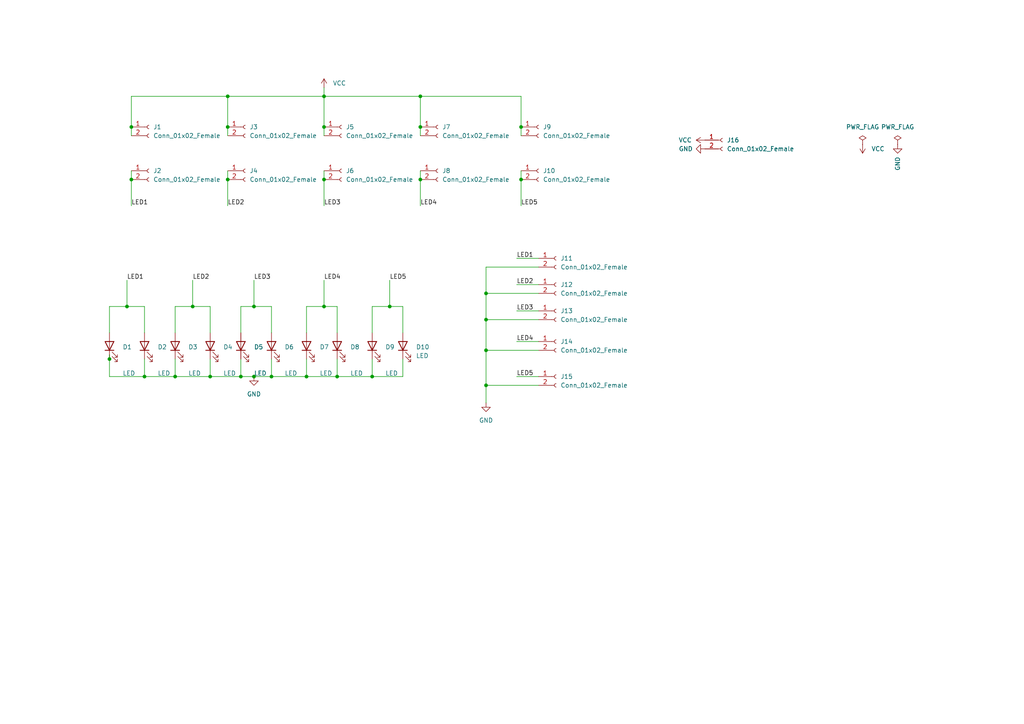
<source format=kicad_sch>
(kicad_sch (version 20211123) (generator eeschema)

  (uuid 7d008c95-adf4-491d-9cde-17bf3678bbe8)

  (paper "A4")

  (lib_symbols
    (symbol "Connector:Conn_01x02_Female" (pin_names (offset 1.016) hide) (in_bom yes) (on_board yes)
      (property "Reference" "J" (id 0) (at 0 2.54 0)
        (effects (font (size 1.27 1.27)))
      )
      (property "Value" "Conn_01x02_Female" (id 1) (at 0 -5.08 0)
        (effects (font (size 1.27 1.27)))
      )
      (property "Footprint" "" (id 2) (at 0 0 0)
        (effects (font (size 1.27 1.27)) hide)
      )
      (property "Datasheet" "~" (id 3) (at 0 0 0)
        (effects (font (size 1.27 1.27)) hide)
      )
      (property "ki_keywords" "connector" (id 4) (at 0 0 0)
        (effects (font (size 1.27 1.27)) hide)
      )
      (property "ki_description" "Generic connector, single row, 01x02, script generated (kicad-library-utils/schlib/autogen/connector/)" (id 5) (at 0 0 0)
        (effects (font (size 1.27 1.27)) hide)
      )
      (property "ki_fp_filters" "Connector*:*_1x??_*" (id 6) (at 0 0 0)
        (effects (font (size 1.27 1.27)) hide)
      )
      (symbol "Conn_01x02_Female_1_1"
        (arc (start 0 -2.032) (mid -0.508 -2.54) (end 0 -3.048)
          (stroke (width 0.1524) (type default) (color 0 0 0 0))
          (fill (type none))
        )
        (polyline
          (pts
            (xy -1.27 -2.54)
            (xy -0.508 -2.54)
          )
          (stroke (width 0.1524) (type default) (color 0 0 0 0))
          (fill (type none))
        )
        (polyline
          (pts
            (xy -1.27 0)
            (xy -0.508 0)
          )
          (stroke (width 0.1524) (type default) (color 0 0 0 0))
          (fill (type none))
        )
        (arc (start 0 0.508) (mid -0.508 0) (end 0 -0.508)
          (stroke (width 0.1524) (type default) (color 0 0 0 0))
          (fill (type none))
        )
        (pin passive line (at -5.08 0 0) (length 3.81)
          (name "Pin_1" (effects (font (size 1.27 1.27))))
          (number "1" (effects (font (size 1.27 1.27))))
        )
        (pin passive line (at -5.08 -2.54 0) (length 3.81)
          (name "Pin_2" (effects (font (size 1.27 1.27))))
          (number "2" (effects (font (size 1.27 1.27))))
        )
      )
    )
    (symbol "Device:LED" (pin_numbers hide) (pin_names (offset 1.016) hide) (in_bom yes) (on_board yes)
      (property "Reference" "D" (id 0) (at 0 2.54 0)
        (effects (font (size 1.27 1.27)))
      )
      (property "Value" "LED" (id 1) (at 0 -2.54 0)
        (effects (font (size 1.27 1.27)))
      )
      (property "Footprint" "" (id 2) (at 0 0 0)
        (effects (font (size 1.27 1.27)) hide)
      )
      (property "Datasheet" "~" (id 3) (at 0 0 0)
        (effects (font (size 1.27 1.27)) hide)
      )
      (property "ki_keywords" "LED diode" (id 4) (at 0 0 0)
        (effects (font (size 1.27 1.27)) hide)
      )
      (property "ki_description" "Light emitting diode" (id 5) (at 0 0 0)
        (effects (font (size 1.27 1.27)) hide)
      )
      (property "ki_fp_filters" "LED* LED_SMD:* LED_THT:*" (id 6) (at 0 0 0)
        (effects (font (size 1.27 1.27)) hide)
      )
      (symbol "LED_0_1"
        (polyline
          (pts
            (xy -1.27 -1.27)
            (xy -1.27 1.27)
          )
          (stroke (width 0.254) (type default) (color 0 0 0 0))
          (fill (type none))
        )
        (polyline
          (pts
            (xy -1.27 0)
            (xy 1.27 0)
          )
          (stroke (width 0) (type default) (color 0 0 0 0))
          (fill (type none))
        )
        (polyline
          (pts
            (xy 1.27 -1.27)
            (xy 1.27 1.27)
            (xy -1.27 0)
            (xy 1.27 -1.27)
          )
          (stroke (width 0.254) (type default) (color 0 0 0 0))
          (fill (type none))
        )
        (polyline
          (pts
            (xy -3.048 -0.762)
            (xy -4.572 -2.286)
            (xy -3.81 -2.286)
            (xy -4.572 -2.286)
            (xy -4.572 -1.524)
          )
          (stroke (width 0) (type default) (color 0 0 0 0))
          (fill (type none))
        )
        (polyline
          (pts
            (xy -1.778 -0.762)
            (xy -3.302 -2.286)
            (xy -2.54 -2.286)
            (xy -3.302 -2.286)
            (xy -3.302 -1.524)
          )
          (stroke (width 0) (type default) (color 0 0 0 0))
          (fill (type none))
        )
      )
      (symbol "LED_1_1"
        (pin passive line (at -3.81 0 0) (length 2.54)
          (name "K" (effects (font (size 1.27 1.27))))
          (number "1" (effects (font (size 1.27 1.27))))
        )
        (pin passive line (at 3.81 0 180) (length 2.54)
          (name "A" (effects (font (size 1.27 1.27))))
          (number "2" (effects (font (size 1.27 1.27))))
        )
      )
    )
    (symbol "power:GND" (power) (pin_names (offset 0)) (in_bom yes) (on_board yes)
      (property "Reference" "#PWR" (id 0) (at 0 -6.35 0)
        (effects (font (size 1.27 1.27)) hide)
      )
      (property "Value" "GND" (id 1) (at 0 -3.81 0)
        (effects (font (size 1.27 1.27)))
      )
      (property "Footprint" "" (id 2) (at 0 0 0)
        (effects (font (size 1.27 1.27)) hide)
      )
      (property "Datasheet" "" (id 3) (at 0 0 0)
        (effects (font (size 1.27 1.27)) hide)
      )
      (property "ki_keywords" "global power" (id 4) (at 0 0 0)
        (effects (font (size 1.27 1.27)) hide)
      )
      (property "ki_description" "Power symbol creates a global label with name \"GND\" , ground" (id 5) (at 0 0 0)
        (effects (font (size 1.27 1.27)) hide)
      )
      (symbol "GND_0_1"
        (polyline
          (pts
            (xy 0 0)
            (xy 0 -1.27)
            (xy 1.27 -1.27)
            (xy 0 -2.54)
            (xy -1.27 -1.27)
            (xy 0 -1.27)
          )
          (stroke (width 0) (type default) (color 0 0 0 0))
          (fill (type none))
        )
      )
      (symbol "GND_1_1"
        (pin power_in line (at 0 0 270) (length 0) hide
          (name "GND" (effects (font (size 1.27 1.27))))
          (number "1" (effects (font (size 1.27 1.27))))
        )
      )
    )
    (symbol "power:PWR_FLAG" (power) (pin_numbers hide) (pin_names (offset 0) hide) (in_bom yes) (on_board yes)
      (property "Reference" "#FLG" (id 0) (at 0 1.905 0)
        (effects (font (size 1.27 1.27)) hide)
      )
      (property "Value" "PWR_FLAG" (id 1) (at 0 3.81 0)
        (effects (font (size 1.27 1.27)))
      )
      (property "Footprint" "" (id 2) (at 0 0 0)
        (effects (font (size 1.27 1.27)) hide)
      )
      (property "Datasheet" "~" (id 3) (at 0 0 0)
        (effects (font (size 1.27 1.27)) hide)
      )
      (property "ki_keywords" "flag power" (id 4) (at 0 0 0)
        (effects (font (size 1.27 1.27)) hide)
      )
      (property "ki_description" "Special symbol for telling ERC where power comes from" (id 5) (at 0 0 0)
        (effects (font (size 1.27 1.27)) hide)
      )
      (symbol "PWR_FLAG_0_0"
        (pin power_out line (at 0 0 90) (length 0)
          (name "pwr" (effects (font (size 1.27 1.27))))
          (number "1" (effects (font (size 1.27 1.27))))
        )
      )
      (symbol "PWR_FLAG_0_1"
        (polyline
          (pts
            (xy 0 0)
            (xy 0 1.27)
            (xy -1.016 1.905)
            (xy 0 2.54)
            (xy 1.016 1.905)
            (xy 0 1.27)
          )
          (stroke (width 0) (type default) (color 0 0 0 0))
          (fill (type none))
        )
      )
    )
    (symbol "power:VCC" (power) (pin_names (offset 0)) (in_bom yes) (on_board yes)
      (property "Reference" "#PWR" (id 0) (at 0 -3.81 0)
        (effects (font (size 1.27 1.27)) hide)
      )
      (property "Value" "VCC" (id 1) (at 0 3.81 0)
        (effects (font (size 1.27 1.27)))
      )
      (property "Footprint" "" (id 2) (at 0 0 0)
        (effects (font (size 1.27 1.27)) hide)
      )
      (property "Datasheet" "" (id 3) (at 0 0 0)
        (effects (font (size 1.27 1.27)) hide)
      )
      (property "ki_keywords" "global power" (id 4) (at 0 0 0)
        (effects (font (size 1.27 1.27)) hide)
      )
      (property "ki_description" "Power symbol creates a global label with name \"VCC\"" (id 5) (at 0 0 0)
        (effects (font (size 1.27 1.27)) hide)
      )
      (symbol "VCC_0_1"
        (polyline
          (pts
            (xy -0.762 1.27)
            (xy 0 2.54)
          )
          (stroke (width 0) (type default) (color 0 0 0 0))
          (fill (type none))
        )
        (polyline
          (pts
            (xy 0 0)
            (xy 0 2.54)
          )
          (stroke (width 0) (type default) (color 0 0 0 0))
          (fill (type none))
        )
        (polyline
          (pts
            (xy 0 2.54)
            (xy 0.762 1.27)
          )
          (stroke (width 0) (type default) (color 0 0 0 0))
          (fill (type none))
        )
      )
      (symbol "VCC_1_1"
        (pin power_in line (at 0 0 90) (length 0) hide
          (name "VCC" (effects (font (size 1.27 1.27))))
          (number "1" (effects (font (size 1.27 1.27))))
        )
      )
    )
  )

  (junction (at 36.83 88.9) (diameter 0) (color 0 0 0 0)
    (uuid 09cdb625-fc8d-482a-a270-60f597952b99)
  )
  (junction (at 66.04 52.07) (diameter 0) (color 0 0 0 0)
    (uuid 0bec0abf-83ae-4df2-a518-ff1fb79f5b5e)
  )
  (junction (at 140.97 92.71) (diameter 0) (color 0 0 0 0)
    (uuid 11274da8-b992-4d49-a8ce-8358bd1cba77)
  )
  (junction (at 31.75 104.14) (diameter 0) (color 0 0 0 0)
    (uuid 16ccd11d-a88d-4bb2-b973-ef28ba5fce33)
  )
  (junction (at 121.92 52.07) (diameter 0) (color 0 0 0 0)
    (uuid 1a79bf03-dfcb-4782-acea-9aba165a4fcd)
  )
  (junction (at 41.91 109.22) (diameter 0) (color 0 0 0 0)
    (uuid 21772c73-ad20-4824-b0fb-43913b2e87e4)
  )
  (junction (at 66.04 27.94) (diameter 0) (color 0 0 0 0)
    (uuid 227edb44-11ba-47f6-bed6-53a75f5849f8)
  )
  (junction (at 66.04 36.83) (diameter 0) (color 0 0 0 0)
    (uuid 2904ab11-af40-41aa-bbad-5e394a36c2b7)
  )
  (junction (at 107.95 109.22) (diameter 0) (color 0 0 0 0)
    (uuid 301ea1d8-bed5-4e6a-b857-cb72fd1fd14f)
  )
  (junction (at 50.8 109.22) (diameter 0) (color 0 0 0 0)
    (uuid 31fd0e1b-2da0-4f78-a215-2f734fbd033b)
  )
  (junction (at 69.85 109.22) (diameter 0) (color 0 0 0 0)
    (uuid 320fcae5-5e39-43be-9575-093972491250)
  )
  (junction (at 73.66 88.9) (diameter 0) (color 0 0 0 0)
    (uuid 3e2cb448-8a80-41a5-8674-0a287bfdde9d)
  )
  (junction (at 140.97 101.6) (diameter 0) (color 0 0 0 0)
    (uuid 54f5be56-6502-4f4e-b779-dcd582108888)
  )
  (junction (at 140.97 85.09) (diameter 0) (color 0 0 0 0)
    (uuid 662e4d33-ab4a-4d31-b4bc-ee77371ebe4d)
  )
  (junction (at 121.92 27.94) (diameter 0) (color 0 0 0 0)
    (uuid 689206e7-14cc-45a4-8628-e920ed1bd71f)
  )
  (junction (at 140.97 111.76) (diameter 0) (color 0 0 0 0)
    (uuid 86372362-1c1f-45f4-a202-2359f9dcbdf8)
  )
  (junction (at 97.79 109.22) (diameter 0) (color 0 0 0 0)
    (uuid 866d85e6-48d6-4a2b-a5ad-d207227fd1dd)
  )
  (junction (at 78.74 109.22) (diameter 0) (color 0 0 0 0)
    (uuid 8717f132-5631-4f9e-96de-403d91d55f32)
  )
  (junction (at 55.88 88.9) (diameter 0) (color 0 0 0 0)
    (uuid 9e0e2f03-5b4a-4bc8-8cf1-6c27dc49dc4a)
  )
  (junction (at 93.98 27.94) (diameter 0) (color 0 0 0 0)
    (uuid 9f7b9152-e92b-4886-b662-91b9391e7232)
  )
  (junction (at 151.13 36.83) (diameter 0) (color 0 0 0 0)
    (uuid b06d0f8b-0c96-45b4-92bd-f87ffcd2e3a3)
  )
  (junction (at 88.9 109.22) (diameter 0) (color 0 0 0 0)
    (uuid b43a814a-2d20-4e3a-8553-2284eb228bbd)
  )
  (junction (at 60.96 109.22) (diameter 0) (color 0 0 0 0)
    (uuid b44ecf12-7b4f-4c0e-8d36-7028882c2170)
  )
  (junction (at 93.98 36.83) (diameter 0) (color 0 0 0 0)
    (uuid b4600af8-8495-49ce-a763-ebd94e98302c)
  )
  (junction (at 93.98 88.9) (diameter 0) (color 0 0 0 0)
    (uuid c7e3b669-f7e5-4d7e-9dd7-9b9c22f0d364)
  )
  (junction (at 38.1 52.07) (diameter 0) (color 0 0 0 0)
    (uuid d2371137-4e99-4744-bf98-2adecee28f00)
  )
  (junction (at 113.03 88.9) (diameter 0) (color 0 0 0 0)
    (uuid d65d6d7f-8587-4c55-9864-f123756e43cf)
  )
  (junction (at 93.98 52.07) (diameter 0) (color 0 0 0 0)
    (uuid d7e45543-2953-45d2-a1d2-4ff30ac6a14c)
  )
  (junction (at 151.13 52.07) (diameter 0) (color 0 0 0 0)
    (uuid dea5f6c1-0524-4009-bb1f-b4ea83880c81)
  )
  (junction (at 121.92 36.83) (diameter 0) (color 0 0 0 0)
    (uuid e9ca0718-b95b-47bb-8c4b-0172f44f399f)
  )
  (junction (at 73.66 109.22) (diameter 0) (color 0 0 0 0)
    (uuid ed2a84dd-1f11-41c9-8ff7-cdb71b7ad8ac)
  )
  (junction (at 38.1 36.83) (diameter 0) (color 0 0 0 0)
    (uuid fb0d51e3-95a2-4f9a-a7be-c8a773f31985)
  )

  (wire (pts (xy 69.85 88.9) (xy 69.85 96.52))
    (stroke (width 0) (type default) (color 0 0 0 0))
    (uuid 01ea78dd-7007-4126-8d2d-20e55cf070ff)
  )
  (wire (pts (xy 31.75 102.87) (xy 31.75 104.14))
    (stroke (width 0) (type default) (color 0 0 0 0))
    (uuid 03a3aca5-6b4e-421b-83a6-d1869707d0da)
  )
  (wire (pts (xy 66.04 49.53) (xy 66.04 52.07))
    (stroke (width 0) (type default) (color 0 0 0 0))
    (uuid 0faf19b7-eb65-454b-8f30-2427ef338143)
  )
  (wire (pts (xy 93.98 27.94) (xy 93.98 36.83))
    (stroke (width 0) (type default) (color 0 0 0 0))
    (uuid 163257a5-f479-43d6-b085-b7b6c1aa3703)
  )
  (wire (pts (xy 140.97 101.6) (xy 156.21 101.6))
    (stroke (width 0) (type default) (color 0 0 0 0))
    (uuid 1e39ccaf-a1e2-4581-bf37-bb21163ba02b)
  )
  (wire (pts (xy 140.97 77.47) (xy 140.97 85.09))
    (stroke (width 0) (type default) (color 0 0 0 0))
    (uuid 1f81a3d2-3835-4b32-bc44-e3cd610a2da9)
  )
  (wire (pts (xy 156.21 77.47) (xy 140.97 77.47))
    (stroke (width 0) (type default) (color 0 0 0 0))
    (uuid 24281d13-e71c-4975-95e8-2c8ec7f05c57)
  )
  (wire (pts (xy 50.8 109.22) (xy 60.96 109.22))
    (stroke (width 0) (type default) (color 0 0 0 0))
    (uuid 253d4604-bad5-4c47-8170-31f8a51739b8)
  )
  (wire (pts (xy 88.9 104.14) (xy 88.9 109.22))
    (stroke (width 0) (type default) (color 0 0 0 0))
    (uuid 25c4acd3-e2f8-41ee-825e-50d382f06bf8)
  )
  (wire (pts (xy 97.79 104.14) (xy 97.79 109.22))
    (stroke (width 0) (type default) (color 0 0 0 0))
    (uuid 264554d3-34d3-4a6e-906a-c85caf390756)
  )
  (wire (pts (xy 66.04 52.07) (xy 66.04 59.69))
    (stroke (width 0) (type default) (color 0 0 0 0))
    (uuid 2b58778d-3412-40ee-a3f2-d4f1c04b6888)
  )
  (wire (pts (xy 107.95 104.14) (xy 107.95 109.22))
    (stroke (width 0) (type default) (color 0 0 0 0))
    (uuid 2d111344-a33f-4746-95f1-be58c1143f9e)
  )
  (wire (pts (xy 121.92 27.94) (xy 121.92 36.83))
    (stroke (width 0) (type default) (color 0 0 0 0))
    (uuid 2e52aa0d-3d0e-4f33-b5d8-4f5ff0728c52)
  )
  (wire (pts (xy 78.74 104.14) (xy 78.74 109.22))
    (stroke (width 0) (type default) (color 0 0 0 0))
    (uuid 2e800297-229a-446c-adce-c0d82cfd62b3)
  )
  (wire (pts (xy 113.03 81.28) (xy 113.03 88.9))
    (stroke (width 0) (type default) (color 0 0 0 0))
    (uuid 2f01912a-893f-46fa-90c4-fdf87d97abc5)
  )
  (wire (pts (xy 88.9 88.9) (xy 93.98 88.9))
    (stroke (width 0) (type default) (color 0 0 0 0))
    (uuid 345e01bb-de50-4152-b93f-0e3c839710f6)
  )
  (wire (pts (xy 38.1 27.94) (xy 66.04 27.94))
    (stroke (width 0) (type default) (color 0 0 0 0))
    (uuid 34ee5dc9-ee67-439c-a1a7-e417340342fa)
  )
  (wire (pts (xy 93.98 52.07) (xy 93.98 59.69))
    (stroke (width 0) (type default) (color 0 0 0 0))
    (uuid 38080d87-eb4d-4de7-9324-a5f8b638fe22)
  )
  (wire (pts (xy 107.95 88.9) (xy 107.95 96.52))
    (stroke (width 0) (type default) (color 0 0 0 0))
    (uuid 38f54486-4893-4d84-a650-3cb99d0f3543)
  )
  (wire (pts (xy 93.98 36.83) (xy 93.98 39.37))
    (stroke (width 0) (type default) (color 0 0 0 0))
    (uuid 390dcba6-135c-45c4-8a24-1afde21a59e7)
  )
  (wire (pts (xy 97.79 88.9) (xy 97.79 96.52))
    (stroke (width 0) (type default) (color 0 0 0 0))
    (uuid 39955bf4-ad80-4fb9-bd03-6413ab29589d)
  )
  (wire (pts (xy 121.92 52.07) (xy 121.92 59.69))
    (stroke (width 0) (type default) (color 0 0 0 0))
    (uuid 3d68dad5-f35d-4f2b-865e-eb5687996111)
  )
  (wire (pts (xy 60.96 104.14) (xy 60.96 109.22))
    (stroke (width 0) (type default) (color 0 0 0 0))
    (uuid 421bc57d-74f0-4e0b-95a0-0c9a47adc355)
  )
  (wire (pts (xy 38.1 52.07) (xy 38.1 59.69))
    (stroke (width 0) (type default) (color 0 0 0 0))
    (uuid 45fbb19f-cf6c-4772-a8a9-df254e68a660)
  )
  (wire (pts (xy 50.8 88.9) (xy 55.88 88.9))
    (stroke (width 0) (type default) (color 0 0 0 0))
    (uuid 46ceab32-2a25-4e03-93a9-7a58caedfdd0)
  )
  (wire (pts (xy 38.1 49.53) (xy 38.1 52.07))
    (stroke (width 0) (type default) (color 0 0 0 0))
    (uuid 53e0a687-5876-49d6-818f-e753b50a4516)
  )
  (wire (pts (xy 121.92 49.53) (xy 121.92 52.07))
    (stroke (width 0) (type default) (color 0 0 0 0))
    (uuid 5b990b41-30d9-406b-8e4c-92df053b92b5)
  )
  (wire (pts (xy 151.13 49.53) (xy 151.13 52.07))
    (stroke (width 0) (type default) (color 0 0 0 0))
    (uuid 5d1dbdb3-685e-497c-aa90-24e35f6f51ed)
  )
  (wire (pts (xy 116.84 104.14) (xy 116.84 109.22))
    (stroke (width 0) (type default) (color 0 0 0 0))
    (uuid 5d29830f-175f-4b6e-937d-1adf8a4234ce)
  )
  (wire (pts (xy 93.98 81.28) (xy 93.98 88.9))
    (stroke (width 0) (type default) (color 0 0 0 0))
    (uuid 611f6e3f-f4ed-4f52-949c-a3999253f320)
  )
  (wire (pts (xy 73.66 109.22) (xy 78.74 109.22))
    (stroke (width 0) (type default) (color 0 0 0 0))
    (uuid 6322d630-e4d4-4f32-9286-8060ab3b6755)
  )
  (wire (pts (xy 140.97 111.76) (xy 156.21 111.76))
    (stroke (width 0) (type default) (color 0 0 0 0))
    (uuid 67101a8f-44bc-4688-8c91-c50b9bed40e0)
  )
  (wire (pts (xy 50.8 104.14) (xy 50.8 109.22))
    (stroke (width 0) (type default) (color 0 0 0 0))
    (uuid 6766b379-332c-4bed-8c65-7856ab8661ce)
  )
  (wire (pts (xy 97.79 109.22) (xy 107.95 109.22))
    (stroke (width 0) (type default) (color 0 0 0 0))
    (uuid 6826d62f-4495-472a-a51b-5c00f62d44fc)
  )
  (wire (pts (xy 121.92 36.83) (xy 121.92 39.37))
    (stroke (width 0) (type default) (color 0 0 0 0))
    (uuid 6ec9dcea-eecf-458b-a922-78aabcf0e762)
  )
  (wire (pts (xy 107.95 88.9) (xy 113.03 88.9))
    (stroke (width 0) (type default) (color 0 0 0 0))
    (uuid 6f54e102-527a-45f5-a043-334d0c97b93d)
  )
  (wire (pts (xy 149.86 82.55) (xy 156.21 82.55))
    (stroke (width 0) (type default) (color 0 0 0 0))
    (uuid 7330f94a-0091-4a85-ab6e-feb744722407)
  )
  (wire (pts (xy 149.86 99.06) (xy 156.21 99.06))
    (stroke (width 0) (type default) (color 0 0 0 0))
    (uuid 735f1f51-4001-4cc3-9922-8aa8ff715ed4)
  )
  (wire (pts (xy 88.9 88.9) (xy 88.9 96.52))
    (stroke (width 0) (type default) (color 0 0 0 0))
    (uuid 73dce2ab-24ab-4e11-9dff-5d06a726efe0)
  )
  (wire (pts (xy 55.88 81.28) (xy 55.88 88.9))
    (stroke (width 0) (type default) (color 0 0 0 0))
    (uuid 75680168-b4d4-408b-b735-080e0c3aa75d)
  )
  (wire (pts (xy 41.91 88.9) (xy 41.91 96.52))
    (stroke (width 0) (type default) (color 0 0 0 0))
    (uuid 7ce49b9b-1274-4f70-817e-272bd334f87b)
  )
  (wire (pts (xy 31.75 104.14) (xy 31.75 109.22))
    (stroke (width 0) (type default) (color 0 0 0 0))
    (uuid 7d6d45f1-45b1-4a71-bb99-a22c67a1eb02)
  )
  (wire (pts (xy 140.97 85.09) (xy 140.97 92.71))
    (stroke (width 0) (type default) (color 0 0 0 0))
    (uuid 7e01d7dd-6e61-42fe-bf60-cc2f3135c407)
  )
  (wire (pts (xy 69.85 88.9) (xy 73.66 88.9))
    (stroke (width 0) (type default) (color 0 0 0 0))
    (uuid 80f59c19-34c2-48d8-8c19-bf3a46aa3039)
  )
  (wire (pts (xy 140.97 92.71) (xy 140.97 101.6))
    (stroke (width 0) (type default) (color 0 0 0 0))
    (uuid 822eb706-aa18-437b-a515-1cecf71961a3)
  )
  (wire (pts (xy 149.86 74.93) (xy 156.21 74.93))
    (stroke (width 0) (type default) (color 0 0 0 0))
    (uuid 88604f10-52ba-473a-8fc8-2a44529d55b6)
  )
  (wire (pts (xy 66.04 36.83) (xy 66.04 39.37))
    (stroke (width 0) (type default) (color 0 0 0 0))
    (uuid 88ce44ff-1217-4d20-9dde-8fdc1a4e55cc)
  )
  (wire (pts (xy 151.13 27.94) (xy 151.13 36.83))
    (stroke (width 0) (type default) (color 0 0 0 0))
    (uuid 8d456751-b6b6-4998-9ffd-7ce967fedad7)
  )
  (wire (pts (xy 41.91 104.14) (xy 41.91 109.22))
    (stroke (width 0) (type default) (color 0 0 0 0))
    (uuid 8e626dd1-d80a-41cc-9be2-7f89e5f1798e)
  )
  (wire (pts (xy 36.83 88.9) (xy 41.91 88.9))
    (stroke (width 0) (type default) (color 0 0 0 0))
    (uuid 8f38105c-cda5-40d5-9529-abbb2194756b)
  )
  (wire (pts (xy 88.9 109.22) (xy 97.79 109.22))
    (stroke (width 0) (type default) (color 0 0 0 0))
    (uuid 915ee3f6-9dee-4381-9c7e-d4b5bbadbecc)
  )
  (wire (pts (xy 151.13 36.83) (xy 151.13 39.37))
    (stroke (width 0) (type default) (color 0 0 0 0))
    (uuid 91a00d98-62d0-402d-836e-1ce9633b2db8)
  )
  (wire (pts (xy 140.97 85.09) (xy 156.21 85.09))
    (stroke (width 0) (type default) (color 0 0 0 0))
    (uuid 958c9a28-48bd-4bf3-8fee-9b674ce06d98)
  )
  (wire (pts (xy 93.98 49.53) (xy 93.98 52.07))
    (stroke (width 0) (type default) (color 0 0 0 0))
    (uuid 95efee84-948c-494c-b828-de0232cb2ff7)
  )
  (wire (pts (xy 151.13 52.07) (xy 151.13 59.69))
    (stroke (width 0) (type default) (color 0 0 0 0))
    (uuid 9660f9b9-c1c6-49c4-a5ea-df7c8e2296fc)
  )
  (wire (pts (xy 93.98 88.9) (xy 97.79 88.9))
    (stroke (width 0) (type default) (color 0 0 0 0))
    (uuid 9c68bb71-1759-4387-bbc3-4db893534647)
  )
  (wire (pts (xy 93.98 27.94) (xy 121.92 27.94))
    (stroke (width 0) (type default) (color 0 0 0 0))
    (uuid a04ffda5-754a-4d79-ac4d-1701edf0146a)
  )
  (wire (pts (xy 149.86 109.22) (xy 156.21 109.22))
    (stroke (width 0) (type default) (color 0 0 0 0))
    (uuid a10fbacf-5a0b-4014-b76e-90226274f09a)
  )
  (wire (pts (xy 38.1 36.83) (xy 38.1 27.94))
    (stroke (width 0) (type default) (color 0 0 0 0))
    (uuid a1abfc79-bc53-49e9-b1d6-a26762b72304)
  )
  (wire (pts (xy 93.98 25.4) (xy 93.98 27.94))
    (stroke (width 0) (type default) (color 0 0 0 0))
    (uuid a40d3fe2-a25f-4516-9304-ebbae8c9284f)
  )
  (wire (pts (xy 60.96 88.9) (xy 60.96 96.52))
    (stroke (width 0) (type default) (color 0 0 0 0))
    (uuid a9eafdaf-a44b-46b9-afdc-8b6cca061ae6)
  )
  (wire (pts (xy 38.1 36.83) (xy 38.1 39.37))
    (stroke (width 0) (type default) (color 0 0 0 0))
    (uuid ab74c2ed-8e12-4dae-9992-342b791cda22)
  )
  (wire (pts (xy 78.74 88.9) (xy 78.74 96.52))
    (stroke (width 0) (type default) (color 0 0 0 0))
    (uuid b40c8e88-652b-4672-afe3-e9c88b8e6719)
  )
  (wire (pts (xy 121.92 27.94) (xy 151.13 27.94))
    (stroke (width 0) (type default) (color 0 0 0 0))
    (uuid b4d62338-0ab2-4626-89c8-0fb29338b528)
  )
  (wire (pts (xy 31.75 88.9) (xy 36.83 88.9))
    (stroke (width 0) (type default) (color 0 0 0 0))
    (uuid b5d027ae-b9ad-4d3a-83d5-48c61f5b5779)
  )
  (wire (pts (xy 60.96 109.22) (xy 69.85 109.22))
    (stroke (width 0) (type default) (color 0 0 0 0))
    (uuid bbcfcce4-d446-4d95-b3da-4d79a5be1da0)
  )
  (wire (pts (xy 140.97 101.6) (xy 140.97 111.76))
    (stroke (width 0) (type default) (color 0 0 0 0))
    (uuid be8c4ab2-8d18-4c2d-89ca-96897536f31a)
  )
  (wire (pts (xy 73.66 81.28) (xy 73.66 88.9))
    (stroke (width 0) (type default) (color 0 0 0 0))
    (uuid c7869d94-ad62-4da9-90e0-18968e65bfd9)
  )
  (wire (pts (xy 149.86 90.17) (xy 156.21 90.17))
    (stroke (width 0) (type default) (color 0 0 0 0))
    (uuid cfa11981-208c-4afd-b93f-a8ed19529e0c)
  )
  (wire (pts (xy 66.04 27.94) (xy 93.98 27.94))
    (stroke (width 0) (type default) (color 0 0 0 0))
    (uuid d282de0f-0249-4624-96a7-26a13089bf38)
  )
  (wire (pts (xy 55.88 88.9) (xy 60.96 88.9))
    (stroke (width 0) (type default) (color 0 0 0 0))
    (uuid d553927f-3c08-45fc-8947-51c56b9e1ee2)
  )
  (wire (pts (xy 78.74 109.22) (xy 88.9 109.22))
    (stroke (width 0) (type default) (color 0 0 0 0))
    (uuid d789ca0d-afe4-42b5-b9aa-9b00e87c7170)
  )
  (wire (pts (xy 41.91 109.22) (xy 50.8 109.22))
    (stroke (width 0) (type default) (color 0 0 0 0))
    (uuid e01cf8fd-6867-4286-8e90-a75cc9d9df23)
  )
  (wire (pts (xy 73.66 88.9) (xy 78.74 88.9))
    (stroke (width 0) (type default) (color 0 0 0 0))
    (uuid e2a5ed28-2aa6-4961-af42-bcaef8ba9ecc)
  )
  (wire (pts (xy 107.95 109.22) (xy 116.84 109.22))
    (stroke (width 0) (type default) (color 0 0 0 0))
    (uuid e4f4b291-20a8-44b0-ad66-ced36b0cbb3c)
  )
  (wire (pts (xy 69.85 104.14) (xy 69.85 109.22))
    (stroke (width 0) (type default) (color 0 0 0 0))
    (uuid eb65ba74-1980-48de-ac64-18fc9b64795c)
  )
  (wire (pts (xy 116.84 88.9) (xy 116.84 96.52))
    (stroke (width 0) (type default) (color 0 0 0 0))
    (uuid ebb1b984-7365-4ca8-84dc-bf14f2ed76bb)
  )
  (wire (pts (xy 31.75 88.9) (xy 31.75 96.52))
    (stroke (width 0) (type default) (color 0 0 0 0))
    (uuid ed63bd72-f657-41f3-9360-c8e73cb3e2ca)
  )
  (wire (pts (xy 113.03 88.9) (xy 116.84 88.9))
    (stroke (width 0) (type default) (color 0 0 0 0))
    (uuid ee2cc35c-b5ea-4f47-9873-863e5884af65)
  )
  (wire (pts (xy 140.97 92.71) (xy 156.21 92.71))
    (stroke (width 0) (type default) (color 0 0 0 0))
    (uuid eea088e0-b0b2-4569-a2c6-0e6f55d4453c)
  )
  (wire (pts (xy 69.85 109.22) (xy 73.66 109.22))
    (stroke (width 0) (type default) (color 0 0 0 0))
    (uuid f3f30fbb-7a10-4e6e-9137-3e9ee967af97)
  )
  (wire (pts (xy 66.04 27.94) (xy 66.04 36.83))
    (stroke (width 0) (type default) (color 0 0 0 0))
    (uuid f49eac8a-fb5f-4fc9-b3f8-dea422b454fc)
  )
  (wire (pts (xy 140.97 111.76) (xy 140.97 116.84))
    (stroke (width 0) (type default) (color 0 0 0 0))
    (uuid f512377a-edce-43ed-85b5-88c74b5d71fb)
  )
  (wire (pts (xy 50.8 88.9) (xy 50.8 96.52))
    (stroke (width 0) (type default) (color 0 0 0 0))
    (uuid f830c940-baad-4797-a5c6-940be3406fc0)
  )
  (wire (pts (xy 36.83 81.28) (xy 36.83 88.9))
    (stroke (width 0) (type default) (color 0 0 0 0))
    (uuid fa13cc80-40ba-48ba-ba31-491090d601ed)
  )
  (wire (pts (xy 31.75 109.22) (xy 41.91 109.22))
    (stroke (width 0) (type default) (color 0 0 0 0))
    (uuid fdfb03ef-f631-48b8-ab4c-1dcba244487e)
  )

  (label "LED5" (at 151.13 59.69 0)
    (effects (font (size 1.27 1.27)) (justify left bottom))
    (uuid 133823bb-52b0-4a94-a436-60f385c28309)
  )
  (label "LED4" (at 93.98 81.28 0)
    (effects (font (size 1.27 1.27)) (justify left bottom))
    (uuid 16c532e1-5563-47a0-b5c4-a05a9f9a7b28)
  )
  (label "LED3" (at 73.66 81.28 0)
    (effects (font (size 1.27 1.27)) (justify left bottom))
    (uuid 22ee6b21-800b-4aec-b4b9-0e5bb619b386)
  )
  (label "LED2" (at 55.88 81.28 0)
    (effects (font (size 1.27 1.27)) (justify left bottom))
    (uuid 394b1422-94b2-4fa7-b4c9-c8047580affe)
  )
  (label "LED2" (at 149.86 82.55 0)
    (effects (font (size 1.27 1.27)) (justify left bottom))
    (uuid 3e4304ee-3fb7-4ede-842d-9b1ef45fc3be)
  )
  (label "LED4" (at 121.92 59.69 0)
    (effects (font (size 1.27 1.27)) (justify left bottom))
    (uuid 6079275c-2aa1-4904-be65-67785a78638d)
  )
  (label "LED2" (at 66.04 59.69 0)
    (effects (font (size 1.27 1.27)) (justify left bottom))
    (uuid 63e4bf61-1399-4a25-8152-32eaacc0faea)
  )
  (label "LED1" (at 36.83 81.28 0)
    (effects (font (size 1.27 1.27)) (justify left bottom))
    (uuid 76f0df03-6145-4a77-8ff3-9a63fa473225)
  )
  (label "LED5" (at 113.03 81.28 0)
    (effects (font (size 1.27 1.27)) (justify left bottom))
    (uuid 7aa6ddf9-4259-4829-955d-5296dd1305f5)
  )
  (label "LED3" (at 93.98 59.69 0)
    (effects (font (size 1.27 1.27)) (justify left bottom))
    (uuid 88c50e78-380a-43b2-8a50-c1f82aebe77b)
  )
  (label "LED5" (at 149.86 109.22 0)
    (effects (font (size 1.27 1.27)) (justify left bottom))
    (uuid 8fc2151d-ba2e-4b92-a419-6592a7f97a72)
  )
  (label "LED4" (at 149.86 99.06 0)
    (effects (font (size 1.27 1.27)) (justify left bottom))
    (uuid 9f3f0f22-71ae-4782-ad2a-bc28034670af)
  )
  (label "LED1" (at 149.86 74.93 0)
    (effects (font (size 1.27 1.27)) (justify left bottom))
    (uuid a7bd42a0-d999-4dc6-ba51-af208c78c7dc)
  )
  (label "LED3" (at 149.86 90.17 0)
    (effects (font (size 1.27 1.27)) (justify left bottom))
    (uuid cb3ecac4-cd50-4b43-8fd7-81a4b1cb5e23)
  )
  (label "LED1" (at 38.1 59.69 0)
    (effects (font (size 1.27 1.27)) (justify left bottom))
    (uuid ef9abe91-3094-45e5-b928-4f40988ad9fb)
  )

  (symbol (lib_id "Connector:Conn_01x02_Female") (at 161.29 90.17 0) (unit 1)
    (in_bom yes) (on_board yes) (fields_autoplaced)
    (uuid 03ac554e-49a2-4adb-862e-9c1f3034a0a9)
    (property "Reference" "J13" (id 0) (at 162.56 90.1699 0)
      (effects (font (size 1.27 1.27)) (justify left))
    )
    (property "Value" "Conn_01x02_Female" (id 1) (at 162.56 92.7099 0)
      (effects (font (size 1.27 1.27)) (justify left))
    )
    (property "Footprint" "Connector_PinSocket_2.54mm:PinSocket_1x02_P2.54mm_Vertical" (id 2) (at 161.29 90.17 0)
      (effects (font (size 1.27 1.27)) hide)
    )
    (property "Datasheet" "~" (id 3) (at 161.29 90.17 0)
      (effects (font (size 1.27 1.27)) hide)
    )
    (pin "1" (uuid 8c02c3cb-85bc-438c-be18-bf47d730bb91))
    (pin "2" (uuid f04b2358-c67e-4e81-831a-010ab6bd6094))
  )

  (symbol (lib_id "Device:LED") (at 78.74 100.33 90) (unit 1)
    (in_bom yes) (on_board yes)
    (uuid 11cd565a-32f5-47be-8f4b-05a338e497b6)
    (property "Reference" "D6" (id 0) (at 82.55 100.6474 90)
      (effects (font (size 1.27 1.27)) (justify right))
    )
    (property "Value" "LED" (id 1) (at 82.55 108.2674 90)
      (effects (font (size 1.27 1.27)) (justify right))
    )
    (property "Footprint" "LED_SMD:LED_0603_1608Metric_Pad1.05x0.95mm_HandSolder" (id 2) (at 78.74 100.33 0)
      (effects (font (size 1.27 1.27)) hide)
    )
    (property "Datasheet" "~" (id 3) (at 78.74 100.33 0)
      (effects (font (size 1.27 1.27)) hide)
    )
    (pin "1" (uuid 07f60769-a4cf-4a79-b62a-d5d179c7d3d6))
    (pin "2" (uuid 5f104ca3-c9c1-432d-88c3-afa578ee3717))
  )

  (symbol (lib_id "Connector:Conn_01x02_Female") (at 127 49.53 0) (unit 1)
    (in_bom yes) (on_board yes) (fields_autoplaced)
    (uuid 1f2fe2e1-84a8-465c-b492-da1cee784b72)
    (property "Reference" "J8" (id 0) (at 128.27 49.5299 0)
      (effects (font (size 1.27 1.27)) (justify left))
    )
    (property "Value" "Conn_01x02_Female" (id 1) (at 128.27 52.0699 0)
      (effects (font (size 1.27 1.27)) (justify left))
    )
    (property "Footprint" "Connector_PinSocket_2.54mm:PinSocket_1x02_P2.54mm_Vertical" (id 2) (at 127 49.53 0)
      (effects (font (size 1.27 1.27)) hide)
    )
    (property "Datasheet" "~" (id 3) (at 127 49.53 0)
      (effects (font (size 1.27 1.27)) hide)
    )
    (pin "1" (uuid 206fbe6e-d084-4e53-b456-0200957d9c0c))
    (pin "2" (uuid cfd1d46e-4b99-4831-bc03-b93d0a812f95))
  )

  (symbol (lib_id "power:VCC") (at 204.47 40.64 90) (unit 1)
    (in_bom yes) (on_board yes) (fields_autoplaced)
    (uuid 2f8cf6b5-fe0a-4afc-85a2-4defb6cfc0b0)
    (property "Reference" "#PWR04" (id 0) (at 208.28 40.64 0)
      (effects (font (size 1.27 1.27)) hide)
    )
    (property "Value" "VCC" (id 1) (at 200.66 40.6399 90)
      (effects (font (size 1.27 1.27)) (justify left))
    )
    (property "Footprint" "" (id 2) (at 204.47 40.64 0)
      (effects (font (size 1.27 1.27)) hide)
    )
    (property "Datasheet" "" (id 3) (at 204.47 40.64 0)
      (effects (font (size 1.27 1.27)) hide)
    )
    (pin "1" (uuid e6a86f62-92cd-4c19-a039-40d4e5cb4633))
  )

  (symbol (lib_id "Connector:Conn_01x02_Female") (at 43.18 49.53 0) (unit 1)
    (in_bom yes) (on_board yes) (fields_autoplaced)
    (uuid 33e575ae-d460-43ae-b75a-4be4bfc1ecab)
    (property "Reference" "J2" (id 0) (at 44.45 49.5299 0)
      (effects (font (size 1.27 1.27)) (justify left))
    )
    (property "Value" "Conn_01x02_Female" (id 1) (at 44.45 52.0699 0)
      (effects (font (size 1.27 1.27)) (justify left))
    )
    (property "Footprint" "Connector_PinSocket_2.54mm:PinSocket_1x02_P2.54mm_Vertical" (id 2) (at 43.18 49.53 0)
      (effects (font (size 1.27 1.27)) hide)
    )
    (property "Datasheet" "~" (id 3) (at 43.18 49.53 0)
      (effects (font (size 1.27 1.27)) hide)
    )
    (pin "1" (uuid 449f090a-d13f-4e3b-b465-e883f722bdae))
    (pin "2" (uuid a59cfa95-0a34-4b56-afdc-87ad7a983779))
  )

  (symbol (lib_id "power:VCC") (at 250.19 41.91 180) (unit 1)
    (in_bom yes) (on_board yes) (fields_autoplaced)
    (uuid 3fdac37c-e3fe-4636-9a37-11c381c26aaf)
    (property "Reference" "#PWR06" (id 0) (at 250.19 38.1 0)
      (effects (font (size 1.27 1.27)) hide)
    )
    (property "Value" "VCC" (id 1) (at 252.73 43.1799 0)
      (effects (font (size 1.27 1.27)) (justify right))
    )
    (property "Footprint" "" (id 2) (at 250.19 41.91 0)
      (effects (font (size 1.27 1.27)) hide)
    )
    (property "Datasheet" "" (id 3) (at 250.19 41.91 0)
      (effects (font (size 1.27 1.27)) hide)
    )
    (pin "1" (uuid e87a5c2f-c7c6-4c4b-9126-6c041da66af7))
  )

  (symbol (lib_id "Device:LED") (at 60.96 100.33 90) (unit 1)
    (in_bom yes) (on_board yes)
    (uuid 40120e38-f5d1-490d-b938-f2aab3d7ca98)
    (property "Reference" "D4" (id 0) (at 64.77 100.6474 90)
      (effects (font (size 1.27 1.27)) (justify right))
    )
    (property "Value" "LED" (id 1) (at 64.77 108.2674 90)
      (effects (font (size 1.27 1.27)) (justify right))
    )
    (property "Footprint" "LED_SMD:LED_0603_1608Metric_Pad1.05x0.95mm_HandSolder" (id 2) (at 60.96 100.33 0)
      (effects (font (size 1.27 1.27)) hide)
    )
    (property "Datasheet" "~" (id 3) (at 60.96 100.33 0)
      (effects (font (size 1.27 1.27)) hide)
    )
    (pin "1" (uuid b2f4c1a7-3b19-48ce-9284-8abd3d2070a0))
    (pin "2" (uuid 5c7ba808-3f99-476c-b8d9-aa8f33e30532))
  )

  (symbol (lib_id "Device:LED") (at 97.79 100.33 90) (unit 1)
    (in_bom yes) (on_board yes)
    (uuid 62409ffb-df32-48ff-acf0-be7d03af8342)
    (property "Reference" "D8" (id 0) (at 101.6 100.6474 90)
      (effects (font (size 1.27 1.27)) (justify right))
    )
    (property "Value" "LED" (id 1) (at 101.6 108.2674 90)
      (effects (font (size 1.27 1.27)) (justify right))
    )
    (property "Footprint" "LED_SMD:LED_0603_1608Metric_Pad1.05x0.95mm_HandSolder" (id 2) (at 97.79 100.33 0)
      (effects (font (size 1.27 1.27)) hide)
    )
    (property "Datasheet" "~" (id 3) (at 97.79 100.33 0)
      (effects (font (size 1.27 1.27)) hide)
    )
    (pin "1" (uuid 3af9024b-afa1-491a-8e5a-999e2637bb43))
    (pin "2" (uuid ad4edda5-4280-4ee6-af3f-b1be2ec027d8))
  )

  (symbol (lib_id "Connector:Conn_01x02_Female") (at 161.29 74.93 0) (unit 1)
    (in_bom yes) (on_board yes) (fields_autoplaced)
    (uuid 6639ad31-a608-4169-8361-8e4392db66ec)
    (property "Reference" "J11" (id 0) (at 162.56 74.9299 0)
      (effects (font (size 1.27 1.27)) (justify left))
    )
    (property "Value" "Conn_01x02_Female" (id 1) (at 162.56 77.4699 0)
      (effects (font (size 1.27 1.27)) (justify left))
    )
    (property "Footprint" "Connector_PinSocket_2.54mm:PinSocket_1x02_P2.54mm_Vertical" (id 2) (at 161.29 74.93 0)
      (effects (font (size 1.27 1.27)) hide)
    )
    (property "Datasheet" "~" (id 3) (at 161.29 74.93 0)
      (effects (font (size 1.27 1.27)) hide)
    )
    (pin "1" (uuid ace056a5-4932-4631-88da-2962f2337d23))
    (pin "2" (uuid 84c26c89-3458-4757-bd3e-fdf3f761af9b))
  )

  (symbol (lib_id "Device:LED") (at 107.95 100.33 90) (unit 1)
    (in_bom yes) (on_board yes)
    (uuid 693c8c8f-1265-4812-9297-115ad48cf440)
    (property "Reference" "D9" (id 0) (at 111.76 100.6474 90)
      (effects (font (size 1.27 1.27)) (justify right))
    )
    (property "Value" "LED" (id 1) (at 111.76 108.2674 90)
      (effects (font (size 1.27 1.27)) (justify right))
    )
    (property "Footprint" "LED_SMD:LED_0805_2012Metric_Pad1.15x1.40mm_HandSolder" (id 2) (at 107.95 100.33 0)
      (effects (font (size 1.27 1.27)) hide)
    )
    (property "Datasheet" "~" (id 3) (at 107.95 100.33 0)
      (effects (font (size 1.27 1.27)) hide)
    )
    (pin "1" (uuid 0f4457ea-e5a8-4971-8b4a-71822dbe548b))
    (pin "2" (uuid ad3a0fff-3a7b-417a-91e9-50509ca0a53c))
  )

  (symbol (lib_id "Device:LED") (at 50.8 100.33 90) (unit 1)
    (in_bom yes) (on_board yes)
    (uuid 7a90fd82-afd1-425c-bdbd-32aa6929e3fd)
    (property "Reference" "D3" (id 0) (at 54.61 100.6474 90)
      (effects (font (size 1.27 1.27)) (justify right))
    )
    (property "Value" "LED" (id 1) (at 54.61 108.2674 90)
      (effects (font (size 1.27 1.27)) (justify right))
    )
    (property "Footprint" "LED_SMD:LED_0805_2012Metric_Pad1.15x1.40mm_HandSolder" (id 2) (at 50.8 100.33 0)
      (effects (font (size 1.27 1.27)) hide)
    )
    (property "Datasheet" "~" (id 3) (at 50.8 100.33 0)
      (effects (font (size 1.27 1.27)) hide)
    )
    (pin "1" (uuid 72425bd8-f2b9-4403-8954-b77a2ec692a0))
    (pin "2" (uuid 92dd8b88-8cb2-4ff0-972a-73ff917fc3ad))
  )

  (symbol (lib_id "power:GND") (at 73.66 109.22 0) (unit 1)
    (in_bom yes) (on_board yes) (fields_autoplaced)
    (uuid 823e791f-9221-469b-8c22-b84e141fdd8d)
    (property "Reference" "#PWR01" (id 0) (at 73.66 115.57 0)
      (effects (font (size 1.27 1.27)) hide)
    )
    (property "Value" "GND" (id 1) (at 73.66 114.3 0))
    (property "Footprint" "" (id 2) (at 73.66 109.22 0)
      (effects (font (size 1.27 1.27)) hide)
    )
    (property "Datasheet" "" (id 3) (at 73.66 109.22 0)
      (effects (font (size 1.27 1.27)) hide)
    )
    (pin "1" (uuid 50e17359-94ea-4503-a46d-7c7bb76236d8))
  )

  (symbol (lib_id "Connector:Conn_01x02_Female") (at 209.55 40.64 0) (unit 1)
    (in_bom yes) (on_board yes) (fields_autoplaced)
    (uuid 86f34b55-5781-4124-b809-b8afdb1c2bd5)
    (property "Reference" "J16" (id 0) (at 210.82 40.6399 0)
      (effects (font (size 1.27 1.27)) (justify left))
    )
    (property "Value" "Conn_01x02_Female" (id 1) (at 210.82 43.1799 0)
      (effects (font (size 1.27 1.27)) (justify left))
    )
    (property "Footprint" "Connector_PinSocket_2.54mm:PinSocket_1x02_P2.54mm_Vertical" (id 2) (at 209.55 40.64 0)
      (effects (font (size 1.27 1.27)) hide)
    )
    (property "Datasheet" "~" (id 3) (at 209.55 40.64 0)
      (effects (font (size 1.27 1.27)) hide)
    )
    (pin "1" (uuid 8e828a8a-fe30-44fe-a5ca-d2ad630d0f69))
    (pin "2" (uuid 6b0a2e75-1590-427c-9720-f10ddace2850))
  )

  (symbol (lib_id "Connector:Conn_01x02_Female") (at 161.29 109.22 0) (unit 1)
    (in_bom yes) (on_board yes) (fields_autoplaced)
    (uuid 8ea46539-53ee-4f52-86b7-fde025fe79bd)
    (property "Reference" "J15" (id 0) (at 162.56 109.2199 0)
      (effects (font (size 1.27 1.27)) (justify left))
    )
    (property "Value" "Conn_01x02_Female" (id 1) (at 162.56 111.7599 0)
      (effects (font (size 1.27 1.27)) (justify left))
    )
    (property "Footprint" "Connector_PinSocket_2.54mm:PinSocket_1x02_P2.54mm_Vertical" (id 2) (at 161.29 109.22 0)
      (effects (font (size 1.27 1.27)) hide)
    )
    (property "Datasheet" "~" (id 3) (at 161.29 109.22 0)
      (effects (font (size 1.27 1.27)) hide)
    )
    (pin "1" (uuid 50643bc3-9ed8-4407-ac79-a71fef70ff78))
    (pin "2" (uuid f6c02497-0f6d-43f5-98a0-87ef0691ccd0))
  )

  (symbol (lib_id "power:VCC") (at 93.98 25.4 0) (unit 1)
    (in_bom yes) (on_board yes) (fields_autoplaced)
    (uuid 8f76c1e7-0181-4490-a8ad-adb1205687d2)
    (property "Reference" "#PWR02" (id 0) (at 93.98 29.21 0)
      (effects (font (size 1.27 1.27)) hide)
    )
    (property "Value" "VCC" (id 1) (at 96.52 24.1299 0)
      (effects (font (size 1.27 1.27)) (justify left))
    )
    (property "Footprint" "" (id 2) (at 93.98 25.4 0)
      (effects (font (size 1.27 1.27)) hide)
    )
    (property "Datasheet" "" (id 3) (at 93.98 25.4 0)
      (effects (font (size 1.27 1.27)) hide)
    )
    (pin "1" (uuid 67e365db-a004-4e5c-9204-93785bf01121))
  )

  (symbol (lib_id "Connector:Conn_01x02_Female") (at 43.18 36.83 0) (unit 1)
    (in_bom yes) (on_board yes) (fields_autoplaced)
    (uuid 988dd04f-6123-4057-a8a3-4cbec5a42724)
    (property "Reference" "J1" (id 0) (at 44.45 36.8299 0)
      (effects (font (size 1.27 1.27)) (justify left))
    )
    (property "Value" "Conn_01x02_Female" (id 1) (at 44.45 39.3699 0)
      (effects (font (size 1.27 1.27)) (justify left))
    )
    (property "Footprint" "Connector_PinSocket_2.54mm:PinSocket_1x02_P2.54mm_Vertical" (id 2) (at 43.18 36.83 0)
      (effects (font (size 1.27 1.27)) hide)
    )
    (property "Datasheet" "~" (id 3) (at 43.18 36.83 0)
      (effects (font (size 1.27 1.27)) hide)
    )
    (pin "1" (uuid dc97cb7a-b44b-4ce7-8000-780359809d4d))
    (pin "2" (uuid 863d04dc-3278-4ca9-99f2-e31099642bbf))
  )

  (symbol (lib_id "power:PWR_FLAG") (at 250.19 41.91 0) (unit 1)
    (in_bom yes) (on_board yes) (fields_autoplaced)
    (uuid 9f759365-b92c-4c27-9469-bc6ee7d3d65e)
    (property "Reference" "#FLG01" (id 0) (at 250.19 40.005 0)
      (effects (font (size 1.27 1.27)) hide)
    )
    (property "Value" "PWR_FLAG" (id 1) (at 250.19 36.83 0))
    (property "Footprint" "" (id 2) (at 250.19 41.91 0)
      (effects (font (size 1.27 1.27)) hide)
    )
    (property "Datasheet" "~" (id 3) (at 250.19 41.91 0)
      (effects (font (size 1.27 1.27)) hide)
    )
    (pin "1" (uuid 3f6b29b3-6346-4efd-a802-a95b15697dd9))
  )

  (symbol (lib_id "power:GND") (at 204.47 43.18 270) (unit 1)
    (in_bom yes) (on_board yes)
    (uuid a58c96a0-6dd0-4527-bc48-9e240ea40dc6)
    (property "Reference" "#PWR05" (id 0) (at 198.12 43.18 0)
      (effects (font (size 1.27 1.27)) hide)
    )
    (property "Value" "GND" (id 1) (at 196.85 43.18 90)
      (effects (font (size 1.27 1.27)) (justify left))
    )
    (property "Footprint" "" (id 2) (at 204.47 43.18 0)
      (effects (font (size 1.27 1.27)) hide)
    )
    (property "Datasheet" "" (id 3) (at 204.47 43.18 0)
      (effects (font (size 1.27 1.27)) hide)
    )
    (pin "1" (uuid 5cd189e2-96b4-4107-9295-69db1096c299))
  )

  (symbol (lib_id "Device:LED") (at 88.9 100.33 90) (unit 1)
    (in_bom yes) (on_board yes)
    (uuid acb8c184-dc11-46bd-acc3-2b231c8ae418)
    (property "Reference" "D7" (id 0) (at 92.71 100.6474 90)
      (effects (font (size 1.27 1.27)) (justify right))
    )
    (property "Value" "LED" (id 1) (at 92.71 108.2674 90)
      (effects (font (size 1.27 1.27)) (justify right))
    )
    (property "Footprint" "LED_SMD:LED_0805_2012Metric_Pad1.15x1.40mm_HandSolder" (id 2) (at 88.9 100.33 0)
      (effects (font (size 1.27 1.27)) hide)
    )
    (property "Datasheet" "~" (id 3) (at 88.9 100.33 0)
      (effects (font (size 1.27 1.27)) hide)
    )
    (pin "1" (uuid c9dbcd15-6335-403c-8896-801729b6f687))
    (pin "2" (uuid 5eb0440a-0842-436f-920b-43ca6cf34f91))
  )

  (symbol (lib_id "power:GND") (at 140.97 116.84 0) (unit 1)
    (in_bom yes) (on_board yes) (fields_autoplaced)
    (uuid b0842318-0eea-4f42-a5ca-19f79f49a6fd)
    (property "Reference" "#PWR03" (id 0) (at 140.97 123.19 0)
      (effects (font (size 1.27 1.27)) hide)
    )
    (property "Value" "GND" (id 1) (at 140.97 121.92 0))
    (property "Footprint" "" (id 2) (at 140.97 116.84 0)
      (effects (font (size 1.27 1.27)) hide)
    )
    (property "Datasheet" "" (id 3) (at 140.97 116.84 0)
      (effects (font (size 1.27 1.27)) hide)
    )
    (pin "1" (uuid 8c66f3db-52d8-4c72-9caf-73ffd9caecb2))
  )

  (symbol (lib_id "Device:LED") (at 41.91 100.33 90) (unit 1)
    (in_bom yes) (on_board yes)
    (uuid b226974e-8ced-411f-8031-3338f4213b9b)
    (property "Reference" "D2" (id 0) (at 45.72 100.6474 90)
      (effects (font (size 1.27 1.27)) (justify right))
    )
    (property "Value" "LED" (id 1) (at 45.72 108.2674 90)
      (effects (font (size 1.27 1.27)) (justify right))
    )
    (property "Footprint" "LED_SMD:LED_0603_1608Metric_Pad1.05x0.95mm_HandSolder" (id 2) (at 41.91 100.33 0)
      (effects (font (size 1.27 1.27)) hide)
    )
    (property "Datasheet" "~" (id 3) (at 41.91 100.33 0)
      (effects (font (size 1.27 1.27)) hide)
    )
    (pin "1" (uuid d32e3858-f273-4cd2-97e9-b253c7d20b46))
    (pin "2" (uuid 4c104b9c-c8b1-498d-b04b-7503f2982bf6))
  )

  (symbol (lib_id "Device:LED") (at 69.85 100.33 90) (unit 1)
    (in_bom yes) (on_board yes)
    (uuid bbde7494-4dc2-4822-9d9a-2420fb98fef2)
    (property "Reference" "D5" (id 0) (at 73.66 100.6474 90)
      (effects (font (size 1.27 1.27)) (justify right))
    )
    (property "Value" "LED" (id 1) (at 73.66 108.2674 90)
      (effects (font (size 1.27 1.27)) (justify right))
    )
    (property "Footprint" "LED_SMD:LED_0805_2012Metric_Pad1.15x1.40mm_HandSolder" (id 2) (at 69.85 100.33 0)
      (effects (font (size 1.27 1.27)) hide)
    )
    (property "Datasheet" "~" (id 3) (at 69.85 100.33 0)
      (effects (font (size 1.27 1.27)) hide)
    )
    (pin "1" (uuid 74ebf005-80ad-453a-9a87-6bc922d903e1))
    (pin "2" (uuid d15c23ab-cbd3-4b35-a172-4aea6fe69349))
  )

  (symbol (lib_id "Connector:Conn_01x02_Female") (at 71.12 49.53 0) (unit 1)
    (in_bom yes) (on_board yes) (fields_autoplaced)
    (uuid bcc95878-73f7-4ad0-b53e-b3de75d5e03b)
    (property "Reference" "J4" (id 0) (at 72.39 49.5299 0)
      (effects (font (size 1.27 1.27)) (justify left))
    )
    (property "Value" "Conn_01x02_Female" (id 1) (at 72.39 52.0699 0)
      (effects (font (size 1.27 1.27)) (justify left))
    )
    (property "Footprint" "Connector_PinSocket_2.54mm:PinSocket_1x02_P2.54mm_Vertical" (id 2) (at 71.12 49.53 0)
      (effects (font (size 1.27 1.27)) hide)
    )
    (property "Datasheet" "~" (id 3) (at 71.12 49.53 0)
      (effects (font (size 1.27 1.27)) hide)
    )
    (pin "1" (uuid f839c5c8-1903-4615-9ce0-4641d7e2060b))
    (pin "2" (uuid 5c84daae-7ec9-44b8-b8c0-8e8167504c53))
  )

  (symbol (lib_id "Connector:Conn_01x02_Female") (at 71.12 36.83 0) (unit 1)
    (in_bom yes) (on_board yes) (fields_autoplaced)
    (uuid bcfa228d-247b-42c1-a049-0a42ec5b4245)
    (property "Reference" "J3" (id 0) (at 72.39 36.8299 0)
      (effects (font (size 1.27 1.27)) (justify left))
    )
    (property "Value" "Conn_01x02_Female" (id 1) (at 72.39 39.3699 0)
      (effects (font (size 1.27 1.27)) (justify left))
    )
    (property "Footprint" "Connector_PinSocket_2.54mm:PinSocket_1x02_P2.54mm_Vertical" (id 2) (at 71.12 36.83 0)
      (effects (font (size 1.27 1.27)) hide)
    )
    (property "Datasheet" "~" (id 3) (at 71.12 36.83 0)
      (effects (font (size 1.27 1.27)) hide)
    )
    (pin "1" (uuid fb8f2d37-5d5b-45c3-8db1-0b24df0b3849))
    (pin "2" (uuid 8a826d8a-2370-4a23-874a-170116dc8a63))
  )

  (symbol (lib_id "power:GND") (at 260.35 41.91 0) (unit 1)
    (in_bom yes) (on_board yes)
    (uuid c601c17a-f5dd-4245-8b94-1e4c57981104)
    (property "Reference" "#PWR07" (id 0) (at 260.35 48.26 0)
      (effects (font (size 1.27 1.27)) hide)
    )
    (property "Value" "GND" (id 1) (at 260.35 49.53 90)
      (effects (font (size 1.27 1.27)) (justify left))
    )
    (property "Footprint" "" (id 2) (at 260.35 41.91 0)
      (effects (font (size 1.27 1.27)) hide)
    )
    (property "Datasheet" "" (id 3) (at 260.35 41.91 0)
      (effects (font (size 1.27 1.27)) hide)
    )
    (pin "1" (uuid ba7ce195-8789-4214-99b3-82f0858eacdb))
  )

  (symbol (lib_id "Connector:Conn_01x02_Female") (at 99.06 36.83 0) (unit 1)
    (in_bom yes) (on_board yes) (fields_autoplaced)
    (uuid c705e61d-6152-42a0-b394-a362143f2c19)
    (property "Reference" "J5" (id 0) (at 100.33 36.8299 0)
      (effects (font (size 1.27 1.27)) (justify left))
    )
    (property "Value" "Conn_01x02_Female" (id 1) (at 100.33 39.3699 0)
      (effects (font (size 1.27 1.27)) (justify left))
    )
    (property "Footprint" "Connector_PinSocket_2.54mm:PinSocket_1x02_P2.54mm_Vertical" (id 2) (at 99.06 36.83 0)
      (effects (font (size 1.27 1.27)) hide)
    )
    (property "Datasheet" "~" (id 3) (at 99.06 36.83 0)
      (effects (font (size 1.27 1.27)) hide)
    )
    (pin "1" (uuid cc3f6935-153b-42cf-8a3d-2743bbe1c39a))
    (pin "2" (uuid 4d2ad407-b12d-4fa7-8661-ffb21f520bd2))
  )

  (symbol (lib_id "Connector:Conn_01x02_Female") (at 127 36.83 0) (unit 1)
    (in_bom yes) (on_board yes) (fields_autoplaced)
    (uuid c8ae38ef-73a6-48b3-a392-ee860fba1f63)
    (property "Reference" "J7" (id 0) (at 128.27 36.8299 0)
      (effects (font (size 1.27 1.27)) (justify left))
    )
    (property "Value" "Conn_01x02_Female" (id 1) (at 128.27 39.3699 0)
      (effects (font (size 1.27 1.27)) (justify left))
    )
    (property "Footprint" "Connector_PinSocket_2.54mm:PinSocket_1x02_P2.54mm_Vertical" (id 2) (at 127 36.83 0)
      (effects (font (size 1.27 1.27)) hide)
    )
    (property "Datasheet" "~" (id 3) (at 127 36.83 0)
      (effects (font (size 1.27 1.27)) hide)
    )
    (pin "1" (uuid 0f3ed8d1-a5fa-4f6e-84bf-efca036d4a13))
    (pin "2" (uuid a988c597-ee4d-41b5-b5f3-2b13dc620667))
  )

  (symbol (lib_id "Connector:Conn_01x02_Female") (at 161.29 99.06 0) (unit 1)
    (in_bom yes) (on_board yes) (fields_autoplaced)
    (uuid cb8d35ae-d5c3-41cc-8a11-685324169294)
    (property "Reference" "J14" (id 0) (at 162.56 99.0599 0)
      (effects (font (size 1.27 1.27)) (justify left))
    )
    (property "Value" "Conn_01x02_Female" (id 1) (at 162.56 101.5999 0)
      (effects (font (size 1.27 1.27)) (justify left))
    )
    (property "Footprint" "Connector_PinSocket_2.54mm:PinSocket_1x02_P2.54mm_Vertical" (id 2) (at 161.29 99.06 0)
      (effects (font (size 1.27 1.27)) hide)
    )
    (property "Datasheet" "~" (id 3) (at 161.29 99.06 0)
      (effects (font (size 1.27 1.27)) hide)
    )
    (pin "1" (uuid 93db2e8e-0781-4672-8b00-300f330185a7))
    (pin "2" (uuid 934b11cf-cb87-4d1e-87da-8f40684a913f))
  )

  (symbol (lib_id "Device:LED") (at 116.84 100.33 90) (unit 1)
    (in_bom yes) (on_board yes) (fields_autoplaced)
    (uuid cfa1cb4b-e768-42be-b4ea-c76d0a4ac628)
    (property "Reference" "D10" (id 0) (at 120.65 100.6474 90)
      (effects (font (size 1.27 1.27)) (justify right))
    )
    (property "Value" "LED" (id 1) (at 120.65 103.1874 90)
      (effects (font (size 1.27 1.27)) (justify right))
    )
    (property "Footprint" "LED_SMD:LED_0603_1608Metric_Pad1.05x0.95mm_HandSolder" (id 2) (at 116.84 100.33 0)
      (effects (font (size 1.27 1.27)) hide)
    )
    (property "Datasheet" "~" (id 3) (at 116.84 100.33 0)
      (effects (font (size 1.27 1.27)) hide)
    )
    (pin "1" (uuid 47b92520-abdf-47e0-b14f-2d680f5d1923))
    (pin "2" (uuid 18f9615b-0f66-4d30-8dd2-3a6870ba5b83))
  )

  (symbol (lib_id "Device:LED") (at 31.75 100.33 90) (unit 1)
    (in_bom yes) (on_board yes)
    (uuid e82bd21b-823b-4c0f-a778-19e7bf87e4e1)
    (property "Reference" "D1" (id 0) (at 35.56 100.6474 90)
      (effects (font (size 1.27 1.27)) (justify right))
    )
    (property "Value" "LED" (id 1) (at 35.56 108.2674 90)
      (effects (font (size 1.27 1.27)) (justify right))
    )
    (property "Footprint" "LED_SMD:LED_0805_2012Metric_Pad1.15x1.40mm_HandSolder" (id 2) (at 31.75 100.33 0)
      (effects (font (size 1.27 1.27)) hide)
    )
    (property "Datasheet" "~" (id 3) (at 31.75 100.33 0)
      (effects (font (size 1.27 1.27)) hide)
    )
    (pin "1" (uuid 34ef6bd5-1af1-4d92-915c-e930903e7e79))
    (pin "2" (uuid 708eb165-bcbe-4d12-8ef8-91467da5e94b))
  )

  (symbol (lib_id "Connector:Conn_01x02_Female") (at 156.21 36.83 0) (unit 1)
    (in_bom yes) (on_board yes) (fields_autoplaced)
    (uuid e8e84158-1626-43dc-aa70-7f39bd49c5ab)
    (property "Reference" "J9" (id 0) (at 157.48 36.8299 0)
      (effects (font (size 1.27 1.27)) (justify left))
    )
    (property "Value" "Conn_01x02_Female" (id 1) (at 157.48 39.3699 0)
      (effects (font (size 1.27 1.27)) (justify left))
    )
    (property "Footprint" "Connector_PinSocket_2.54mm:PinSocket_1x02_P2.54mm_Vertical" (id 2) (at 156.21 36.83 0)
      (effects (font (size 1.27 1.27)) hide)
    )
    (property "Datasheet" "~" (id 3) (at 156.21 36.83 0)
      (effects (font (size 1.27 1.27)) hide)
    )
    (pin "1" (uuid 4314e059-72c5-4d12-852c-4043e77037cf))
    (pin "2" (uuid 0fefc686-06e0-416b-a998-f26a4865feb3))
  )

  (symbol (lib_id "Connector:Conn_01x02_Female") (at 161.29 82.55 0) (unit 1)
    (in_bom yes) (on_board yes) (fields_autoplaced)
    (uuid e9f6be28-a4bc-43d0-bbef-7e01ec91b344)
    (property "Reference" "J12" (id 0) (at 162.56 82.5499 0)
      (effects (font (size 1.27 1.27)) (justify left))
    )
    (property "Value" "Conn_01x02_Female" (id 1) (at 162.56 85.0899 0)
      (effects (font (size 1.27 1.27)) (justify left))
    )
    (property "Footprint" "Connector_PinSocket_2.54mm:PinSocket_1x02_P2.54mm_Vertical" (id 2) (at 161.29 82.55 0)
      (effects (font (size 1.27 1.27)) hide)
    )
    (property "Datasheet" "~" (id 3) (at 161.29 82.55 0)
      (effects (font (size 1.27 1.27)) hide)
    )
    (pin "1" (uuid 29eb8140-b53f-4d72-9815-a52f6014fc04))
    (pin "2" (uuid cb2c0f86-cea6-445d-a186-66527ae6b032))
  )

  (symbol (lib_id "power:PWR_FLAG") (at 260.35 41.91 0) (unit 1)
    (in_bom yes) (on_board yes) (fields_autoplaced)
    (uuid ec50504e-cf98-44fb-b283-b221659779a5)
    (property "Reference" "#FLG02" (id 0) (at 260.35 40.005 0)
      (effects (font (size 1.27 1.27)) hide)
    )
    (property "Value" "PWR_FLAG" (id 1) (at 260.35 36.83 0))
    (property "Footprint" "" (id 2) (at 260.35 41.91 0)
      (effects (font (size 1.27 1.27)) hide)
    )
    (property "Datasheet" "~" (id 3) (at 260.35 41.91 0)
      (effects (font (size 1.27 1.27)) hide)
    )
    (pin "1" (uuid f77dd250-2032-4e3c-b7c4-d814e3881de6))
  )

  (symbol (lib_id "Connector:Conn_01x02_Female") (at 99.06 49.53 0) (unit 1)
    (in_bom yes) (on_board yes) (fields_autoplaced)
    (uuid f0958ac2-2768-4b8d-95e4-68c0eb436b37)
    (property "Reference" "J6" (id 0) (at 100.33 49.5299 0)
      (effects (font (size 1.27 1.27)) (justify left))
    )
    (property "Value" "Conn_01x02_Female" (id 1) (at 100.33 52.0699 0)
      (effects (font (size 1.27 1.27)) (justify left))
    )
    (property "Footprint" "Connector_PinSocket_2.54mm:PinSocket_1x02_P2.54mm_Vertical" (id 2) (at 99.06 49.53 0)
      (effects (font (size 1.27 1.27)) hide)
    )
    (property "Datasheet" "~" (id 3) (at 99.06 49.53 0)
      (effects (font (size 1.27 1.27)) hide)
    )
    (pin "1" (uuid fb4ab35c-95fa-4ba2-855a-d40153b30092))
    (pin "2" (uuid 49372e5d-f0c5-441d-afb5-b8586aefbe74))
  )

  (symbol (lib_id "Connector:Conn_01x02_Female") (at 156.21 49.53 0) (unit 1)
    (in_bom yes) (on_board yes) (fields_autoplaced)
    (uuid f191a252-be5c-4f73-bdc5-581783a18700)
    (property "Reference" "J10" (id 0) (at 157.48 49.5299 0)
      (effects (font (size 1.27 1.27)) (justify left))
    )
    (property "Value" "Conn_01x02_Female" (id 1) (at 157.48 52.0699 0)
      (effects (font (size 1.27 1.27)) (justify left))
    )
    (property "Footprint" "Connector_PinSocket_2.54mm:PinSocket_1x02_P2.54mm_Vertical" (id 2) (at 156.21 49.53 0)
      (effects (font (size 1.27 1.27)) hide)
    )
    (property "Datasheet" "~" (id 3) (at 156.21 49.53 0)
      (effects (font (size 1.27 1.27)) hide)
    )
    (pin "1" (uuid 3dfd8f25-8af5-4e51-b6e5-31d590f0bb80))
    (pin "2" (uuid 7305aa3d-0aaf-43b0-bd8b-ca123c4655bf))
  )

  (sheet_instances
    (path "/" (page "1"))
  )

  (symbol_instances
    (path "/9f759365-b92c-4c27-9469-bc6ee7d3d65e"
      (reference "#FLG01") (unit 1) (value "PWR_FLAG") (footprint "")
    )
    (path "/ec50504e-cf98-44fb-b283-b221659779a5"
      (reference "#FLG02") (unit 1) (value "PWR_FLAG") (footprint "")
    )
    (path "/823e791f-9221-469b-8c22-b84e141fdd8d"
      (reference "#PWR01") (unit 1) (value "GND") (footprint "")
    )
    (path "/8f76c1e7-0181-4490-a8ad-adb1205687d2"
      (reference "#PWR02") (unit 1) (value "VCC") (footprint "")
    )
    (path "/b0842318-0eea-4f42-a5ca-19f79f49a6fd"
      (reference "#PWR03") (unit 1) (value "GND") (footprint "")
    )
    (path "/2f8cf6b5-fe0a-4afc-85a2-4defb6cfc0b0"
      (reference "#PWR04") (unit 1) (value "VCC") (footprint "")
    )
    (path "/a58c96a0-6dd0-4527-bc48-9e240ea40dc6"
      (reference "#PWR05") (unit 1) (value "GND") (footprint "")
    )
    (path "/3fdac37c-e3fe-4636-9a37-11c381c26aaf"
      (reference "#PWR06") (unit 1) (value "VCC") (footprint "")
    )
    (path "/c601c17a-f5dd-4245-8b94-1e4c57981104"
      (reference "#PWR07") (unit 1) (value "GND") (footprint "")
    )
    (path "/e82bd21b-823b-4c0f-a778-19e7bf87e4e1"
      (reference "D1") (unit 1) (value "LED") (footprint "LED_SMD:LED_0805_2012Metric_Pad1.15x1.40mm_HandSolder")
    )
    (path "/b226974e-8ced-411f-8031-3338f4213b9b"
      (reference "D2") (unit 1) (value "LED") (footprint "LED_SMD:LED_0603_1608Metric_Pad1.05x0.95mm_HandSolder")
    )
    (path "/7a90fd82-afd1-425c-bdbd-32aa6929e3fd"
      (reference "D3") (unit 1) (value "LED") (footprint "LED_SMD:LED_0805_2012Metric_Pad1.15x1.40mm_HandSolder")
    )
    (path "/40120e38-f5d1-490d-b938-f2aab3d7ca98"
      (reference "D4") (unit 1) (value "LED") (footprint "LED_SMD:LED_0603_1608Metric_Pad1.05x0.95mm_HandSolder")
    )
    (path "/bbde7494-4dc2-4822-9d9a-2420fb98fef2"
      (reference "D5") (unit 1) (value "LED") (footprint "LED_SMD:LED_0805_2012Metric_Pad1.15x1.40mm_HandSolder")
    )
    (path "/11cd565a-32f5-47be-8f4b-05a338e497b6"
      (reference "D6") (unit 1) (value "LED") (footprint "LED_SMD:LED_0603_1608Metric_Pad1.05x0.95mm_HandSolder")
    )
    (path "/acb8c184-dc11-46bd-acc3-2b231c8ae418"
      (reference "D7") (unit 1) (value "LED") (footprint "LED_SMD:LED_0805_2012Metric_Pad1.15x1.40mm_HandSolder")
    )
    (path "/62409ffb-df32-48ff-acf0-be7d03af8342"
      (reference "D8") (unit 1) (value "LED") (footprint "LED_SMD:LED_0603_1608Metric_Pad1.05x0.95mm_HandSolder")
    )
    (path "/693c8c8f-1265-4812-9297-115ad48cf440"
      (reference "D9") (unit 1) (value "LED") (footprint "LED_SMD:LED_0805_2012Metric_Pad1.15x1.40mm_HandSolder")
    )
    (path "/cfa1cb4b-e768-42be-b4ea-c76d0a4ac628"
      (reference "D10") (unit 1) (value "LED") (footprint "LED_SMD:LED_0603_1608Metric_Pad1.05x0.95mm_HandSolder")
    )
    (path "/988dd04f-6123-4057-a8a3-4cbec5a42724"
      (reference "J1") (unit 1) (value "Conn_01x02_Female") (footprint "Connector_PinSocket_2.54mm:PinSocket_1x02_P2.54mm_Vertical")
    )
    (path "/33e575ae-d460-43ae-b75a-4be4bfc1ecab"
      (reference "J2") (unit 1) (value "Conn_01x02_Female") (footprint "Connector_PinSocket_2.54mm:PinSocket_1x02_P2.54mm_Vertical")
    )
    (path "/bcfa228d-247b-42c1-a049-0a42ec5b4245"
      (reference "J3") (unit 1) (value "Conn_01x02_Female") (footprint "Connector_PinSocket_2.54mm:PinSocket_1x02_P2.54mm_Vertical")
    )
    (path "/bcc95878-73f7-4ad0-b53e-b3de75d5e03b"
      (reference "J4") (unit 1) (value "Conn_01x02_Female") (footprint "Connector_PinSocket_2.54mm:PinSocket_1x02_P2.54mm_Vertical")
    )
    (path "/c705e61d-6152-42a0-b394-a362143f2c19"
      (reference "J5") (unit 1) (value "Conn_01x02_Female") (footprint "Connector_PinSocket_2.54mm:PinSocket_1x02_P2.54mm_Vertical")
    )
    (path "/f0958ac2-2768-4b8d-95e4-68c0eb436b37"
      (reference "J6") (unit 1) (value "Conn_01x02_Female") (footprint "Connector_PinSocket_2.54mm:PinSocket_1x02_P2.54mm_Vertical")
    )
    (path "/c8ae38ef-73a6-48b3-a392-ee860fba1f63"
      (reference "J7") (unit 1) (value "Conn_01x02_Female") (footprint "Connector_PinSocket_2.54mm:PinSocket_1x02_P2.54mm_Vertical")
    )
    (path "/1f2fe2e1-84a8-465c-b492-da1cee784b72"
      (reference "J8") (unit 1) (value "Conn_01x02_Female") (footprint "Connector_PinSocket_2.54mm:PinSocket_1x02_P2.54mm_Vertical")
    )
    (path "/e8e84158-1626-43dc-aa70-7f39bd49c5ab"
      (reference "J9") (unit 1) (value "Conn_01x02_Female") (footprint "Connector_PinSocket_2.54mm:PinSocket_1x02_P2.54mm_Vertical")
    )
    (path "/f191a252-be5c-4f73-bdc5-581783a18700"
      (reference "J10") (unit 1) (value "Conn_01x02_Female") (footprint "Connector_PinSocket_2.54mm:PinSocket_1x02_P2.54mm_Vertical")
    )
    (path "/6639ad31-a608-4169-8361-8e4392db66ec"
      (reference "J11") (unit 1) (value "Conn_01x02_Female") (footprint "Connector_PinSocket_2.54mm:PinSocket_1x02_P2.54mm_Vertical")
    )
    (path "/e9f6be28-a4bc-43d0-bbef-7e01ec91b344"
      (reference "J12") (unit 1) (value "Conn_01x02_Female") (footprint "Connector_PinSocket_2.54mm:PinSocket_1x02_P2.54mm_Vertical")
    )
    (path "/03ac554e-49a2-4adb-862e-9c1f3034a0a9"
      (reference "J13") (unit 1) (value "Conn_01x02_Female") (footprint "Connector_PinSocket_2.54mm:PinSocket_1x02_P2.54mm_Vertical")
    )
    (path "/cb8d35ae-d5c3-41cc-8a11-685324169294"
      (reference "J14") (unit 1) (value "Conn_01x02_Female") (footprint "Connector_PinSocket_2.54mm:PinSocket_1x02_P2.54mm_Vertical")
    )
    (path "/8ea46539-53ee-4f52-86b7-fde025fe79bd"
      (reference "J15") (unit 1) (value "Conn_01x02_Female") (footprint "Connector_PinSocket_2.54mm:PinSocket_1x02_P2.54mm_Vertical")
    )
    (path "/86f34b55-5781-4124-b809-b8afdb1c2bd5"
      (reference "J16") (unit 1) (value "Conn_01x02_Female") (footprint "Connector_PinSocket_2.54mm:PinSocket_1x02_P2.54mm_Vertical")
    )
  )
)

</source>
